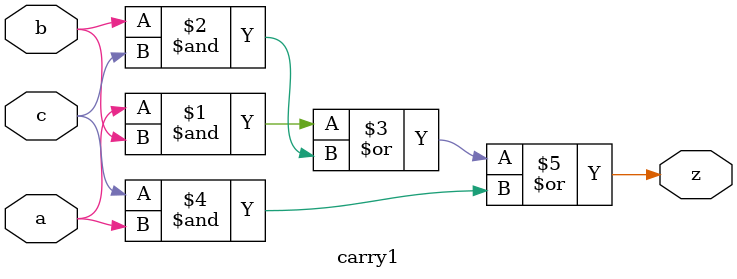
<source format=v>
module sum1(input wire a,b,c, output wire s);
    assign s=a^b^c;
endmodule

module carry1(input wire a,b,c, output wire z);
    assign z=(a&b)|(b&c)|(c&a);
endmodule
</source>
